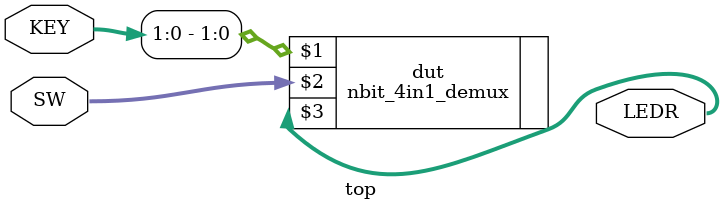
<source format=v>
module top (SW, KEY, LEDR);

    input wire [9:0] SW;        // DE-series switches
    input wire [3:0] KEY;       // DE-series pushbuttons

    output wire [9:0] LEDR;     // DE-series LEDs   

    nbit_4in1_demux dut (KEY[1:0], SW, LEDR);
 
endmodule


</source>
